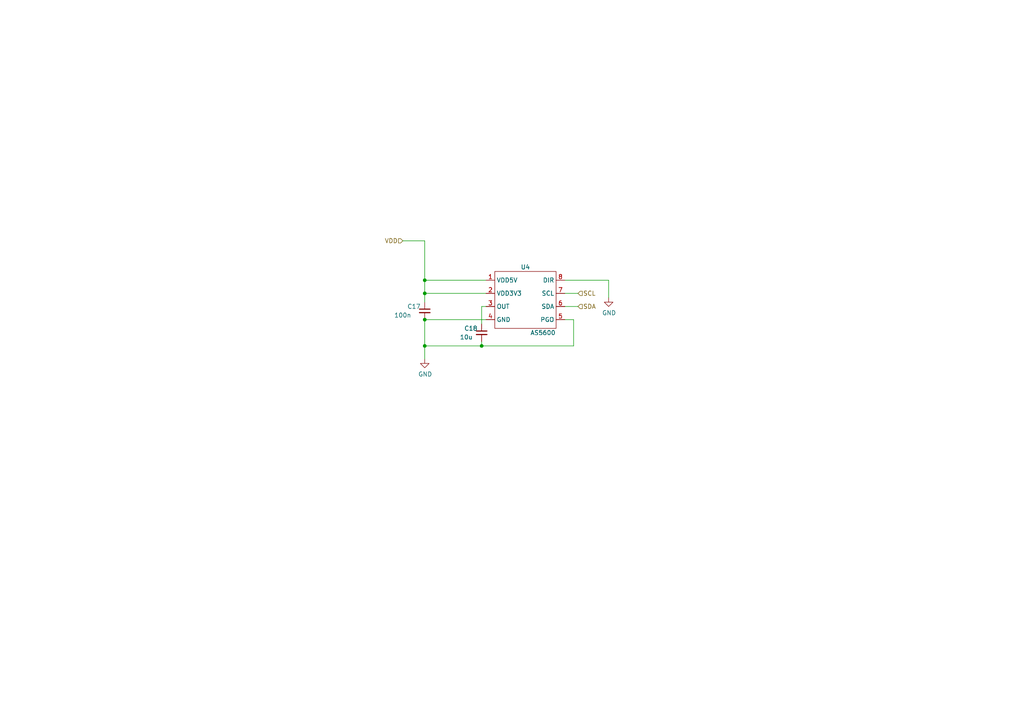
<source format=kicad_sch>
(kicad_sch (version 20230121) (generator eeschema)
  (paper "A4")
  (lib_symbols
    (symbol "CustomSymbols:AS5600"
      (property "Reference" "U" (at 0 0 0))
      (symbol "AS5600_0_1"
        (rectangle (start -8.89 -1.27) (end 8.89 -17.78))
      )
      (symbol "AS5600_1_1"
        (pin power_in line (at -11.43 -3.81 0) (length 2.54) (name "VDD5V") (number "1"))
        (pin power_in line (at -11.43 -7.62 0) (length 2.54) (name "VDD3V3") (number "2"))
        (pin output line (at -11.43 -11.43 0) (length 2.54) (name "OUT") (number "3"))
        (pin power_in line (at -11.43 -15.24 0) (length 2.54) (name "GND") (number "4"))
        (pin input line (at 11.43 -15.24 180) (length 2.54) (name "PGO") (number "5"))
        (pin input line (at 11.43 -11.43 180) (length 2.54) (name "SDA") (number "6"))
        (pin input line (at 11.43 -7.62 180) (length 2.54) (name "SCL") (number "7"))
        (pin input line (at 11.43 -3.81 180) (length 2.54) (name "DIR") (number "8"))
      )
    )
    (symbol "Device:C_Small" (pin_numbers hide) (pin_names (offset 0.254) hide)
      (property "Reference" "C" (at 0.254 1.778 0))
      (property "Value" "C_Small" (at 0.254 -2.032 0))
      (symbol "C_Small_0_1"
        (polyline (pts (xy -1.524 -0.508) (xy 1.524 -0.508)) (stroke (width 0.3302)))
        (polyline (pts (xy -1.524 0.508) (xy 1.524 0.508)) (stroke (width 0.3048)))
      )
      (symbol "C_Small_1_1"
        (pin passive line (at 0 2.54 270) (length 2.032) (name "~") (number "1"))
        (pin passive line (at 0 -2.54 90) (length 2.032) (name "~") (number "2"))
      )
    )
    (symbol "power:GND" (power) (pin_names (offset 0))
      (property "Value" "GND" (at 0 -3.81 0))
      (symbol "GND_0_1"
        (polyline (pts (xy 0 0) (xy 0 -1.27) (xy 1.27 -1.27) (xy 0 -2.54) (xy -1.27 -1.27) (xy 0 -1.27)))
      )
      (symbol "GND_1_1"
        (pin power_in line (at 0 0 270) (length 0) hide (name "GND") (number "1"))
      )
    )
  )
  (junction (at 123.19 85.09))
  (junction (at 123.19 92.71))
  (junction (at 139.7 100.33))
  (junction (at 123.19 81.28))
  (junction (at 123.19 100.33))
  (wire (pts (xy 139.7 88.9) (xy 139.7 93.98)))
  (wire (pts (xy 139.7 100.33) (xy 166.37 100.33)))
  (wire (pts (xy 176.53 81.28) (xy 176.53 86.36)))
  (wire (pts (xy 123.19 81.28) (xy 140.97 81.28)))
  (wire (pts (xy 139.7 99.06) (xy 139.7 100.33)))
  (wire (pts (xy 163.83 88.9) (xy 167.64 88.9)))
  (wire (pts (xy 166.37 100.33) (xy 166.37 92.71)))
  (wire (pts (xy 116.84 69.85) (xy 123.19 69.85)))
  (wire (pts (xy 163.83 81.28) (xy 176.53 81.28)))
  (wire (pts (xy 139.7 88.9) (xy 140.97 88.9)))
  (wire (pts (xy 123.19 85.09) (xy 123.19 81.28)))
  (wire (pts (xy 123.19 69.85) (xy 123.19 81.28)))
  (wire (pts (xy 123.19 85.09) (xy 123.19 87.63)))
  (wire (pts (xy 123.19 92.71) (xy 123.19 100.33)))
  (wire (pts (xy 123.19 100.33) (xy 123.19 104.14)))
  (wire (pts (xy 140.97 85.09) (xy 123.19 85.09)))
  (wire (pts (xy 166.37 92.71) (xy 163.83 92.71)))
  (wire (pts (xy 163.83 85.09) (xy 167.64 85.09)))
  (wire (pts (xy 123.19 100.33) (xy 139.7 100.33)))
  (wire (pts (xy 123.19 92.71) (xy 140.97 92.71)))
  (hierarchical_label "VDD" (shape input) (at 116.84 69.85 180))
  (hierarchical_label "SDA" (shape input) (at 167.64 88.9 0))
  (hierarchical_label "SCL" (shape input) (at 167.64 85.09 0))
  (symbol (lib_id "Device:C_Small") (at 139.7 96.52 0) (unit 1)
    (property "Reference" "C18" (at 134.62 95.25 0) (effects (justify left)))
    (property "Value" "10u" (at 133.35 97.79 0) (effects (justify left)))
    (property "Footprint" "Capacitor_SMD:C_0805_2012Metric" (effects hide))
    (property "LCSC" "C15850" (effects hide))
    (property "BASIC/EXT" "BASIC" (effects hide))
    (property "web" "https://jlcpcb.com/partdetail/16532-CL21A106KAYNNNE/C15850" (effects hide))
  )
  (symbol (lib_id "Device:C_Small") (at 123.19 90.17 0) (unit 1)
    (property "Reference" "C17" (at 118.11 88.9 0) (effects (justify left)))
    (property "Value" "100n" (at 114.3 91.44 0) (effects (justify left)))
    (property "Footprint" "Capacitor_SMD:C_0402_1005Metric" (effects hide))
    (property "LCSC" "C1523" (effects hide))
    (property "BASIC/EXT" "BASIC" (effects hide))
    (property "web" "https://jlcpcb.com/partdetail/1875-0402B102K500NT/C1523" (effects hide))
  )
  (symbol (lib_id "CustomSymbols:AS5600") (at 152.4 77.47 0) (unit 1)
    (property "Reference" "U4" (at 152.4 77.47 0))
    (property "Value" "AS5600" (at 157.48 96.52 0))
    (property "Footprint" "Package_SO:SOIC-8_3.9x4.9mm_P1.27mm" (effects hide))
    (property "LCSC" "C499458" (effects hide))
    (property "BASIC/EXT" "EXT" (effects hide))
    (property "web" "https://jlcpcb.com/partdetail/Ams-AS5600ASOT/C499458" (effects hide))
  )
  (symbol (lib_id "power:GND") (at 176.53 86.36 0) (unit 1)
    (property "Reference" "#PWR052" (effects hide))
    (property "Value" "GND" (at 176.657 90.7542 0))
  )
  (symbol (lib_id "power:GND") (at 123.19 104.14 0) (unit 1)
    (property "Reference" "#PWR053" (effects hide))
    (property "Value" "GND" (at 123.317 108.5342 0))
  )
)
</source>
